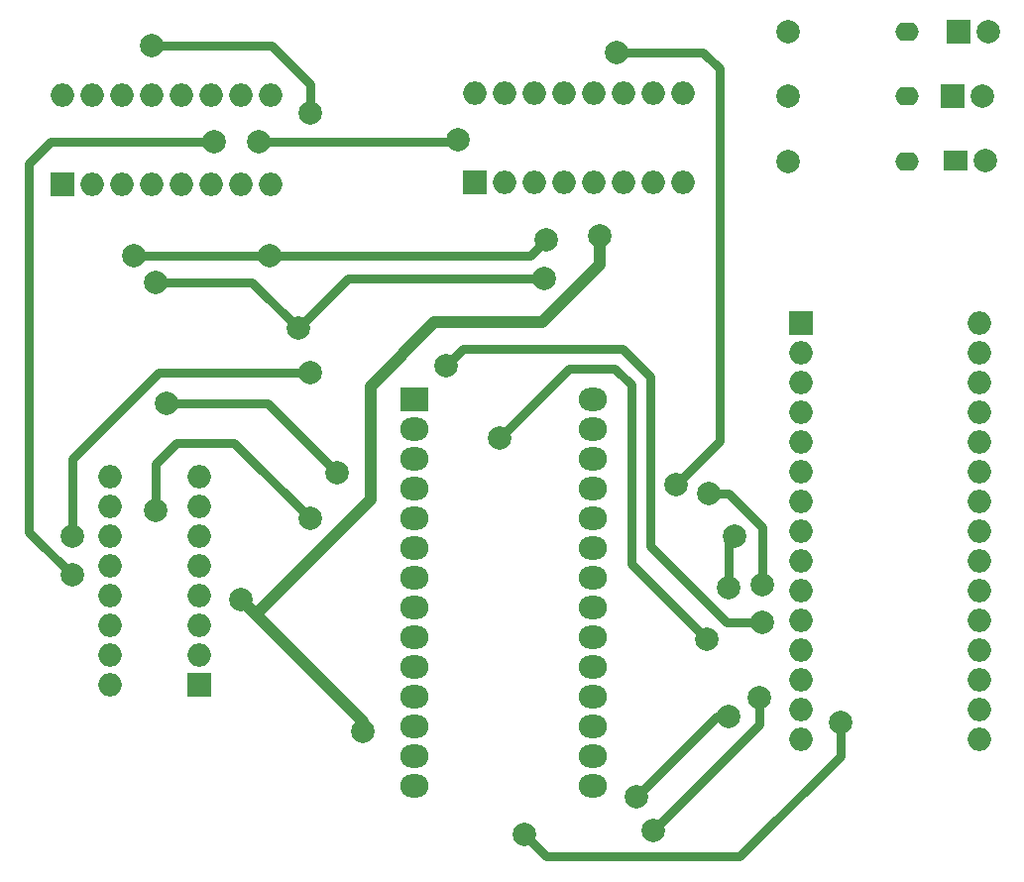
<source format=gbr>
%TF.GenerationSoftware,KiCad,Pcbnew,8.0.3*%
%TF.CreationDate,2024-09-07T21:46:08+02:00*%
%TF.ProjectId,AT28C64B-circuit-second-sol,41543238-4336-4344-922d-636972637569,rev?*%
%TF.SameCoordinates,Original*%
%TF.FileFunction,Copper,L1,Top*%
%TF.FilePolarity,Positive*%
%FSLAX46Y46*%
G04 Gerber Fmt 4.6, Leading zero omitted, Abs format (unit mm)*
G04 Created by KiCad (PCBNEW 8.0.3) date 2024-09-07 21:46:08*
%MOMM*%
%LPD*%
G01*
G04 APERTURE LIST*
%TA.AperFunction,ComponentPad*%
%ADD10C,2.000000*%
%TD*%
%TA.AperFunction,ComponentPad*%
%ADD11O,2.000000X1.600000*%
%TD*%
%TA.AperFunction,ComponentPad*%
%ADD12R,2.000000X2.000000*%
%TD*%
%TA.AperFunction,ComponentPad*%
%ADD13O,2.000000X2.000000*%
%TD*%
%TA.AperFunction,ComponentPad*%
%ADD14R,2.400000X2.000000*%
%TD*%
%TA.AperFunction,ComponentPad*%
%ADD15O,2.400000X2.000000*%
%TD*%
%TA.AperFunction,ComponentPad*%
%ADD16R,2.000000X1.800000*%
%TD*%
%TA.AperFunction,ViaPad*%
%ADD17C,2.000000*%
%TD*%
%TA.AperFunction,Conductor*%
%ADD18C,0.800000*%
%TD*%
%TA.AperFunction,Conductor*%
%ADD19C,1.000000*%
%TD*%
G04 APERTURE END LIST*
D10*
%TO.P,R3,1*%
%TO.N,GND*%
X175420000Y-53050000D03*
D11*
%TO.P,R3,2*%
%TO.N,Net-(D3-K)*%
X185580000Y-53050000D03*
%TD*%
D10*
%TO.P,R1,1*%
%TO.N,GND*%
X175420000Y-42000000D03*
D11*
%TO.P,R1,2*%
%TO.N,Net-(D1-K)*%
X185580000Y-42000000D03*
%TD*%
D12*
%TO.P,LS161_2,1,~{MR}*%
%TO.N,Net-(LS161_1-~{MR})*%
X113380000Y-55000000D03*
D13*
%TO.P,LS161_2,2,CP*%
%TO.N,Net-(LS161_1-CP)*%
X115920000Y-55000000D03*
%TO.P,LS161_2,3,D0*%
%TO.N,GND*%
X118460000Y-55000000D03*
%TO.P,LS161_2,4,D1*%
X121000000Y-55000000D03*
%TO.P,LS161_2,5,D2*%
X123540000Y-55000000D03*
%TO.P,LS161_2,6,D3*%
X126080000Y-55000000D03*
%TO.P,LS161_2,7,CEP*%
%TO.N,VCC*%
X128620000Y-55000000D03*
%TO.P,LS161_2,8,GND*%
%TO.N,GND*%
X131160000Y-55000000D03*
%TO.P,LS161_2,9,~{PE}*%
%TO.N,VCC*%
X131160000Y-47380000D03*
%TO.P,LS161_2,10,CET*%
%TO.N,Net-(LS161_1-TC)*%
X128620000Y-47380000D03*
%TO.P,LS161_2,11,Q3*%
%TO.N,Net-(EEPROM1-A7)*%
X126080000Y-47380000D03*
%TO.P,LS161_2,12,Q2*%
%TO.N,Net-(EEPROM1-A6)*%
X123540000Y-47380000D03*
%TO.P,LS161_2,13,Q1*%
%TO.N,Net-(EEPROM1-A5)*%
X121000000Y-47380000D03*
%TO.P,LS161_2,14,Q0*%
%TO.N,Net-(EEPROM1-A4)*%
X118460000Y-47380000D03*
%TO.P,LS161_2,15,TC*%
%TO.N,Net-(LS161_2-TC)*%
X115920000Y-47380000D03*
%TO.P,LS161_2,16,VCC*%
%TO.N,VCC*%
X113380000Y-47380000D03*
%TD*%
D12*
%TO.P,D1,1,K*%
%TO.N,Net-(D1-K)*%
X189960000Y-42000000D03*
D10*
%TO.P,D1,2,A*%
%TO.N,VCC*%
X192500000Y-42000000D03*
%TD*%
D14*
%TO.P,EEPROM1,1*%
%TO.N,N/C*%
X143500000Y-73340000D03*
D15*
%TO.P,EEPROM1,2,A12*%
%TO.N,Net-(EEPROM1-A12)*%
X143500000Y-75880000D03*
%TO.P,EEPROM1,3,A7*%
%TO.N,Net-(EEPROM1-A7)*%
X143500000Y-78420000D03*
%TO.P,EEPROM1,4,A6*%
%TO.N,Net-(EEPROM1-A6)*%
X143500000Y-80960000D03*
%TO.P,EEPROM1,5,A5*%
%TO.N,Net-(EEPROM1-A5)*%
X143500000Y-83500000D03*
%TO.P,EEPROM1,6,A4*%
%TO.N,Net-(EEPROM1-A4)*%
X143500000Y-86040000D03*
%TO.P,EEPROM1,7,A3*%
%TO.N,Net-(EEPROM1-A3)*%
X143500000Y-88580000D03*
%TO.P,EEPROM1,8,A2*%
%TO.N,Net-(EEPROM1-A2)*%
X143500000Y-91120000D03*
%TO.P,EEPROM1,9,A1*%
%TO.N,Net-(EEPROM1-A1)*%
X143500000Y-93660000D03*
%TO.P,EEPROM1,10,A0*%
%TO.N,Net-(EEPROM1-A0)*%
X143500000Y-96200000D03*
%TO.P,EEPROM1,11,D0*%
%TO.N,/D0*%
X143500000Y-98740000D03*
%TO.P,EEPROM1,12,D1*%
%TO.N,/D1*%
X143500000Y-101280000D03*
%TO.P,EEPROM1,13,D2*%
%TO.N,/D2*%
X143500000Y-103820000D03*
%TO.P,EEPROM1,14,GND*%
%TO.N,GND*%
X143500000Y-106360000D03*
%TO.P,EEPROM1,15,D3*%
%TO.N,/D3*%
X158740000Y-106360000D03*
%TO.P,EEPROM1,16,D4*%
%TO.N,/D4*%
X158740000Y-103820000D03*
%TO.P,EEPROM1,17,D5*%
%TO.N,/D5*%
X158740000Y-101280000D03*
%TO.P,EEPROM1,18,D6*%
%TO.N,/D6*%
X158740000Y-98740000D03*
%TO.P,EEPROM1,19,D7*%
%TO.N,/D7*%
X158740000Y-96200000D03*
%TO.P,EEPROM1,20,~{CS}*%
%TO.N,Net-(EEPROM1-~{CS})*%
X158740000Y-93660000D03*
%TO.P,EEPROM1,21,A10*%
%TO.N,Net-(EEPROM1-A10)*%
X158740000Y-91120000D03*
%TO.P,EEPROM1,22,~{OE}*%
%TO.N,Net-(EEPROM1-~{OE})*%
X158740000Y-88580000D03*
%TO.P,EEPROM1,23,A11*%
%TO.N,Net-(EEPROM1-A11)*%
X158740000Y-86040000D03*
%TO.P,EEPROM1,24,A9*%
%TO.N,Net-(EEPROM1-A9)*%
X158740000Y-83500000D03*
%TO.P,EEPROM1,25,A8*%
%TO.N,Net-(EEPROM1-A8)*%
X158740000Y-80960000D03*
%TO.P,EEPROM1,26*%
%TO.N,N/C*%
X158740000Y-78420000D03*
%TO.P,EEPROM1,27,~{WE}*%
%TO.N,Net-(EEPROM1-~{WE})*%
X158740000Y-75880000D03*
%TO.P,EEPROM1,28,VCC*%
%TO.N,VCC*%
X158740000Y-73340000D03*
%TD*%
D12*
%TO.P,LS161_3,1,~{MR}*%
%TO.N,Net-(LS161_1-~{MR})*%
X148625000Y-54800000D03*
D13*
%TO.P,LS161_3,2,CP*%
%TO.N,Net-(LS161_1-CP)*%
X151165000Y-54800000D03*
%TO.P,LS161_3,3,D0*%
%TO.N,GND*%
X153705000Y-54800000D03*
%TO.P,LS161_3,4,D1*%
X156245000Y-54800000D03*
%TO.P,LS161_3,5,D2*%
X158785000Y-54800000D03*
%TO.P,LS161_3,6,D3*%
X161325000Y-54800000D03*
%TO.P,LS161_3,7,CEP*%
%TO.N,VCC*%
X163865000Y-54800000D03*
%TO.P,LS161_3,8,GND*%
%TO.N,GND*%
X166405000Y-54800000D03*
%TO.P,LS161_3,9,~{PE}*%
%TO.N,VCC*%
X166405000Y-47180000D03*
%TO.P,LS161_3,10,CET*%
%TO.N,Net-(LS161_2-TC)*%
X163865000Y-47180000D03*
%TO.P,LS161_3,11,Q3*%
%TO.N,Net-(EEPROM1-A11)*%
X161325000Y-47180000D03*
%TO.P,LS161_3,12,Q2*%
%TO.N,Net-(EEPROM1-A10)*%
X158785000Y-47180000D03*
%TO.P,LS161_3,13,Q1*%
%TO.N,Net-(EEPROM1-A9)*%
X156245000Y-47180000D03*
%TO.P,LS161_3,14,Q0*%
%TO.N,Net-(EEPROM1-A8)*%
X153705000Y-47180000D03*
%TO.P,LS161_3,15,TC*%
%TO.N,unconnected-(LS161_3-TC-Pad15)*%
X151165000Y-47180000D03*
%TO.P,LS161_3,16,VCC*%
%TO.N,VCC*%
X148625000Y-47180000D03*
%TD*%
D10*
%TO.P,R2,1*%
%TO.N,GND*%
X175420000Y-47500000D03*
D11*
%TO.P,R2,2*%
%TO.N,Net-(D2-K)*%
X185580000Y-47500000D03*
%TD*%
D12*
%TO.P,NANO1,1,D1/TX*%
%TO.N,unconnected-(NANO1-D1{slash}TX-Pad1)*%
X176500000Y-66840000D03*
D13*
%TO.P,NANO1,2,D0/RX*%
%TO.N,unconnected-(NANO1-D0{slash}RX-Pad2)*%
X176500000Y-69380000D03*
%TO.P,NANO1,3,~{RESET}*%
%TO.N,unconnected-(NANO1-~{RESET}-Pad3)*%
X176500000Y-71920000D03*
%TO.P,NANO1,4,GND*%
%TO.N,GND*%
X176500000Y-74460000D03*
%TO.P,NANO1,5,D2*%
%TO.N,Net-(D3-A)*%
X176500000Y-77000000D03*
%TO.P,NANO1,6,D3*%
%TO.N,Net-(LS161_1-CP)*%
X176500000Y-79540000D03*
%TO.P,NANO1,7,D4*%
%TO.N,Net-(LS161_1-~{MR})*%
X176500000Y-82080000D03*
%TO.P,NANO1,8,D5*%
%TO.N,Net-(EEPROM1-~{CS})*%
X176500000Y-84620000D03*
%TO.P,NANO1,9,D6*%
%TO.N,Net-(EEPROM1-~{OE})*%
X176500000Y-87160000D03*
%TO.P,NANO1,10,D7*%
%TO.N,Net-(EEPROM1-~{WE})*%
X176500000Y-89700000D03*
%TO.P,NANO1,11,D8*%
%TO.N,Net-(EEPROM1-A12)*%
X176500000Y-92240000D03*
%TO.P,NANO1,12,D9*%
%TO.N,/D0*%
X176500000Y-94780000D03*
%TO.P,NANO1,13,D10*%
%TO.N,/D1*%
X176500000Y-97320000D03*
%TO.P,NANO1,14,D11*%
%TO.N,/D2*%
X176500000Y-99860000D03*
%TO.P,NANO1,15,D12*%
%TO.N,/D3*%
X176500000Y-102400000D03*
%TO.P,NANO1,16,D13*%
%TO.N,Net-(D2-A)*%
X191740000Y-102400000D03*
%TO.P,NANO1,17,3V3*%
%TO.N,unconnected-(NANO1-3V3-Pad17)*%
X191740000Y-99860000D03*
%TO.P,NANO1,18,AREF*%
%TO.N,unconnected-(NANO1-AREF-Pad18)*%
X191740000Y-97320000D03*
%TO.P,NANO1,19,A0*%
%TO.N,unconnected-(NANO1-A0-Pad19)*%
X191740000Y-94780000D03*
%TO.P,NANO1,20,A1*%
%TO.N,/D4*%
X191740000Y-92240000D03*
%TO.P,NANO1,21,A2*%
%TO.N,/D5*%
X191740000Y-89700000D03*
%TO.P,NANO1,22,A3*%
%TO.N,/D6*%
X191740000Y-87160000D03*
%TO.P,NANO1,23,A4*%
%TO.N,/D7*%
X191740000Y-84620000D03*
%TO.P,NANO1,24,A5*%
%TO.N,unconnected-(NANO1-A5-Pad24)*%
X191740000Y-82080000D03*
%TO.P,NANO1,25,A6*%
%TO.N,unconnected-(NANO1-A6-Pad25)*%
X191740000Y-79540000D03*
%TO.P,NANO1,26,A7*%
%TO.N,unconnected-(NANO1-A7-Pad26)*%
X191740000Y-77000000D03*
%TO.P,NANO1,27,+5V*%
%TO.N,VCC*%
X191740000Y-74460000D03*
%TO.P,NANO1,28,~{RESET}*%
%TO.N,unconnected-(NANO1-~{RESET}-Pad28)*%
X191740000Y-71920000D03*
%TO.P,NANO1,29,GND*%
%TO.N,unconnected-(NANO1-GND-Pad29)*%
X191740000Y-69380000D03*
%TO.P,NANO1,30,VIN*%
%TO.N,unconnected-(NANO1-VIN-Pad30)*%
X191740000Y-66840000D03*
%TD*%
D12*
%TO.P,LS161_1,1,~{MR}*%
%TO.N,Net-(LS161_1-~{MR})*%
X125120000Y-97740000D03*
D13*
%TO.P,LS161_1,2,CP*%
%TO.N,Net-(LS161_1-CP)*%
X125120000Y-95200000D03*
%TO.P,LS161_1,3,D0*%
%TO.N,GND*%
X125120000Y-92660000D03*
%TO.P,LS161_1,4,D1*%
X125120000Y-90120000D03*
%TO.P,LS161_1,5,D2*%
X125120000Y-87580000D03*
%TO.P,LS161_1,6,D3*%
X125120000Y-85040000D03*
%TO.P,LS161_1,7,CEP*%
%TO.N,VCC*%
X125120000Y-82500000D03*
%TO.P,LS161_1,8,GND*%
%TO.N,GND*%
X125120000Y-79960000D03*
%TO.P,LS161_1,9,~{PE}*%
%TO.N,VCC*%
X117500000Y-79960000D03*
%TO.P,LS161_1,10,CET*%
X117500000Y-82500000D03*
%TO.P,LS161_1,11,Q3*%
%TO.N,Net-(EEPROM1-A3)*%
X117500000Y-85040000D03*
%TO.P,LS161_1,12,Q2*%
%TO.N,Net-(EEPROM1-A2)*%
X117500000Y-87580000D03*
%TO.P,LS161_1,13,Q1*%
%TO.N,Net-(EEPROM1-A1)*%
X117500000Y-90120000D03*
%TO.P,LS161_1,14,Q0*%
%TO.N,Net-(EEPROM1-A0)*%
X117500000Y-92660000D03*
%TO.P,LS161_1,15,TC*%
%TO.N,Net-(LS161_1-TC)*%
X117500000Y-95200000D03*
%TO.P,LS161_1,16,VCC*%
%TO.N,VCC*%
X117500000Y-97740000D03*
%TD*%
D12*
%TO.P,D2,1,K*%
%TO.N,Net-(D2-K)*%
X189460000Y-47500000D03*
D10*
%TO.P,D2,2,A*%
%TO.N,Net-(D2-A)*%
X192000000Y-47500000D03*
%TD*%
D16*
%TO.P,D3,1,K*%
%TO.N,Net-(D3-K)*%
X189725000Y-53000000D03*
D10*
%TO.P,D3,2,A*%
%TO.N,Net-(D3-A)*%
X192265000Y-53000000D03*
%TD*%
D17*
%TO.N,VCC*%
X130158000Y-51367600D03*
X147194000Y-51223700D03*
%TO.N,Net-(EEPROM1-A12)*%
X146212700Y-70466200D03*
X173178700Y-92446300D03*
%TO.N,/D1*%
X172950500Y-98890000D03*
X163848600Y-110210100D03*
%TO.N,Net-(EEPROM1-A11)*%
X160737400Y-43729600D03*
X165801400Y-80665600D03*
%TO.N,/D0*%
X150748900Y-76686100D03*
X168433400Y-93905000D03*
%TO.N,/D3*%
X162455400Y-107298800D03*
X170341800Y-100477200D03*
%TO.N,/D2*%
X152860400Y-110575900D03*
X179857900Y-101016200D03*
%TO.N,Net-(EEPROM1-~{WE})*%
X168603200Y-81404500D03*
X173148100Y-89200100D03*
%TO.N,GND*%
X159283600Y-59383700D03*
X128657400Y-90483500D03*
X139038000Y-101741400D03*
%TO.N,Net-(EEPROM1-A2)*%
X134537400Y-83549700D03*
X121370200Y-82820400D03*
%TO.N,Net-(EEPROM1-~{CS})*%
X170853500Y-85099500D03*
X170346300Y-89503000D03*
%TO.N,Net-(EEPROM1-A3)*%
X134585000Y-71126800D03*
X114245400Y-85040000D03*
%TO.N,Net-(EEPROM1-A4)*%
X136863000Y-79631600D03*
X122306900Y-73697500D03*
%TO.N,Net-(EEPROM1-A5)*%
X121063100Y-43140200D03*
X134591100Y-48947100D03*
%TO.N,Net-(LS161_1-~{MR})*%
X154533400Y-63080700D03*
X121350300Y-63357200D03*
X133531700Y-67320100D03*
%TO.N,Net-(LS161_1-TC)*%
X126364400Y-51367600D03*
X114266900Y-88392500D03*
%TO.N,Net-(LS161_1-CP)*%
X119505000Y-61089400D03*
X131094800Y-61089400D03*
X154711600Y-59739400D03*
%TD*%
D18*
%TO.N,VCC*%
X130158000Y-51367600D02*
X147050100Y-51367600D01*
X147050100Y-51367600D02*
X147194000Y-51223700D01*
%TO.N,Net-(EEPROM1-A12)*%
X170136900Y-92446300D02*
X173178700Y-92446300D01*
X147583200Y-69095700D02*
X161267100Y-69095700D01*
X163598200Y-85907600D02*
X170136900Y-92446300D01*
X161267100Y-69095700D02*
X163598200Y-71426800D01*
X163598200Y-71426800D02*
X163598200Y-85907600D01*
X146212700Y-70466200D02*
X147583200Y-69095700D01*
%TO.N,/D1*%
X172950500Y-101108200D02*
X163848600Y-110210100D01*
X172950500Y-98890000D02*
X172950500Y-101108200D01*
%TO.N,Net-(EEPROM1-A11)*%
X165801400Y-80665600D02*
X169524900Y-76942100D01*
X169524900Y-76942100D02*
X169524900Y-45131000D01*
X168123500Y-43729600D02*
X160737400Y-43729600D01*
X169524900Y-45131000D02*
X168123500Y-43729600D01*
%TO.N,/D0*%
X160605700Y-70729600D02*
X156705400Y-70729600D01*
X161996300Y-87467900D02*
X161996300Y-72120200D01*
X161996300Y-72120200D02*
X160605700Y-70729600D01*
X168433400Y-93905000D02*
X161996300Y-87467900D01*
X156705400Y-70729600D02*
X150748900Y-76686100D01*
%TO.N,/D3*%
X169277000Y-100477200D02*
X170341800Y-100477200D01*
X162455400Y-107298800D02*
X169277000Y-100477200D01*
%TO.N,/D2*%
X171275800Y-112411800D02*
X154696300Y-112411800D01*
X154696300Y-112411800D02*
X152860400Y-110575900D01*
X179857900Y-101016200D02*
X179857900Y-103829700D01*
X179857900Y-103829700D02*
X171275800Y-112411800D01*
%TO.N,Net-(EEPROM1-~{WE})*%
X170296100Y-81404500D02*
X173148100Y-84256500D01*
X168603200Y-81404500D02*
X170296100Y-81404500D01*
X173148100Y-84256500D02*
X173148100Y-89200100D01*
D19*
%TO.N,GND*%
X129279400Y-91105400D02*
X129901400Y-91727300D01*
X139038000Y-100864000D02*
X139038000Y-101741400D01*
X139721600Y-72286300D02*
X139721600Y-81907100D01*
X147177700Y-66811800D02*
X145196100Y-66811800D01*
X147179200Y-66810300D02*
X147177700Y-66811800D01*
X154349900Y-66810300D02*
X147179200Y-66810300D01*
X159283600Y-61876600D02*
X154349900Y-66810300D01*
X128657400Y-90483500D02*
X129279300Y-91105400D01*
X129901400Y-91727300D02*
X139038000Y-100864000D01*
X129279300Y-91105400D02*
X129279400Y-91105400D01*
X139721600Y-81907100D02*
X129901400Y-91727300D01*
X159283600Y-59383700D02*
X159283600Y-61876600D01*
X145196100Y-66811800D02*
X139721600Y-72286300D01*
D18*
%TO.N,Net-(EEPROM1-A2)*%
X128068700Y-77081000D02*
X134537400Y-83549700D01*
X121370200Y-82820400D02*
X121370200Y-78865300D01*
X123154500Y-77081000D02*
X128068700Y-77081000D01*
X121370200Y-78865300D02*
X123154500Y-77081000D01*
%TO.N,Net-(EEPROM1-~{CS})*%
X170346300Y-89503000D02*
X170346300Y-85606700D01*
X170346300Y-85606700D02*
X170853500Y-85099500D01*
%TO.N,Net-(EEPROM1-A3)*%
X121612900Y-71126800D02*
X134585000Y-71126800D01*
X114245400Y-78494300D02*
X121612900Y-71126800D01*
X114245400Y-85040000D02*
X114245400Y-78494300D01*
%TO.N,Net-(EEPROM1-A4)*%
X136863000Y-79631600D02*
X130928900Y-73697500D01*
X130928900Y-73697500D02*
X122306900Y-73697500D01*
%TO.N,Net-(EEPROM1-A5)*%
X134591100Y-46433900D02*
X134591100Y-48947100D01*
X131297400Y-43140200D02*
X134591100Y-46433900D01*
X121063100Y-43140200D02*
X131297400Y-43140200D01*
%TO.N,Net-(LS161_1-~{MR})*%
X121350300Y-63357200D02*
X129568800Y-63357200D01*
X154533400Y-63080700D02*
X137771100Y-63080700D01*
X129568800Y-63357200D02*
X133531700Y-67320100D01*
X137771100Y-63080700D02*
X133531700Y-67320100D01*
%TO.N,Net-(LS161_1-TC)*%
X110563000Y-53184600D02*
X110563000Y-84688600D01*
X126364400Y-51367600D02*
X112380000Y-51367600D01*
X110563000Y-84688600D02*
X114266900Y-88392500D01*
X112380000Y-51367600D02*
X110563000Y-53184600D01*
%TO.N,Net-(LS161_1-CP)*%
X153361600Y-61089400D02*
X154711600Y-59739400D01*
X131094800Y-61089400D02*
X153361600Y-61089400D01*
X119505000Y-61089400D02*
X131094800Y-61089400D01*
%TD*%
M02*

</source>
